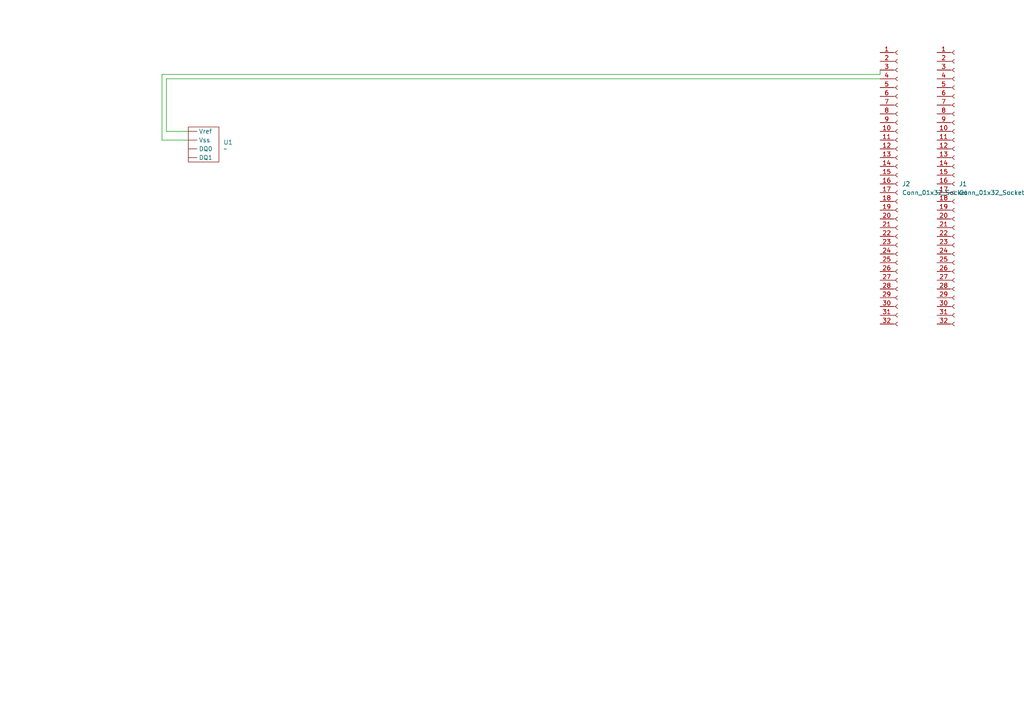
<source format=kicad_sch>
(kicad_sch (version 20231120) (generator "eeschema") (generator_version "8.0")
  (paper "A4")
  (lib_symbols
    (symbol "Connector:Conn_01x32_Socket" (pin_names (offset 1.016) hide)
      (property "Reference" "J" (at 0 40.64 0))
      (property "Value" "Conn_01x32_Socket" (at 0 -43.18 0))
      (symbol "Conn_01x32_Socket_1_1"
        (arc (start 0 -40.132) (mid -0.5058 -40.64) (end 0 -41.148) (stroke (width 0.1524)))
        (arc (start 0 -37.592) (mid -0.5058 -38.1) (end 0 -38.608) (stroke (width 0.1524)))
        (arc (start 0 -35.052) (mid -0.5058 -35.56) (end 0 -36.068) (stroke (width 0.1524)))
        (arc (start 0 -32.512) (mid -0.5058 -33.02) (end 0 -33.528) (stroke (width 0.1524)))
        (arc (start 0 -29.972) (mid -0.5058 -30.48) (end 0 -30.988) (stroke (width 0.1524)))
        (arc (start 0 -27.432) (mid -0.5058 -27.94) (end 0 -28.448) (stroke (width 0.1524)))
        (arc (start 0 -24.892) (mid -0.5058 -25.4) (end 0 -25.908) (stroke (width 0.1524)))
        (arc (start 0 -22.352) (mid -0.5058 -22.86) (end 0 -23.368) (stroke (width 0.1524)))
        (arc (start 0 -19.812) (mid -0.5058 -20.32) (end 0 -20.828) (stroke (width 0.1524)))
        (arc (start 0 -17.272) (mid -0.5058 -17.78) (end 0 -18.288) (stroke (width 0.1524)))
        (arc (start 0 -14.732) (mid -0.5058 -15.24) (end 0 -15.748) (stroke (width 0.1524)))
        (arc (start 0 -12.192) (mid -0.5058 -12.7) (end 0 -13.208) (stroke (width 0.1524)))
        (arc (start 0 -9.652) (mid -0.5058 -10.16) (end 0 -10.668) (stroke (width 0.1524)))
        (arc (start 0 -7.112) (mid -0.5058 -7.62) (end 0 -8.128) (stroke (width 0.1524)))
        (arc (start 0 -4.572) (mid -0.5058 -5.08) (end 0 -5.588) (stroke (width 0.1524)))
        (arc (start 0 -2.032) (mid -0.5058 -2.54) (end 0 -3.048) (stroke (width 0.1524)))
        (polyline (pts (xy -1.27 -40.64) (xy -0.508 -40.64)) (stroke (width 0.1524)))
        (polyline (pts (xy -1.27 -38.1) (xy -0.508 -38.1)) (stroke (width 0.1524)))
        (polyline (pts (xy -1.27 -35.56) (xy -0.508 -35.56)) (stroke (width 0.1524)))
        (polyline (pts (xy -1.27 -33.02) (xy -0.508 -33.02)) (stroke (width 0.1524)))
        (polyline (pts (xy -1.27 -30.48) (xy -0.508 -30.48)) (stroke (width 0.1524)))
        (polyline (pts (xy -1.27 -27.94) (xy -0.508 -27.94)) (stroke (width 0.1524)))
        (polyline (pts (xy -1.27 -25.4) (xy -0.508 -25.4)) (stroke (width 0.1524)))
        (polyline (pts (xy -1.27 -22.86) (xy -0.508 -22.86)) (stroke (width 0.1524)))
        (polyline (pts (xy -1.27 -20.32) (xy -0.508 -20.32)) (stroke (width 0.1524)))
        (polyline (pts (xy -1.27 -17.78) (xy -0.508 -17.78)) (stroke (width 0.1524)))
        (polyline (pts (xy -1.27 -15.24) (xy -0.508 -15.24)) (stroke (width 0.1524)))
        (polyline (pts (xy -1.27 -12.7) (xy -0.508 -12.7)) (stroke (width 0.1524)))
        (polyline (pts (xy -1.27 -10.16) (xy -0.508 -10.16)) (stroke (width 0.1524)))
        (polyline (pts (xy -1.27 -7.62) (xy -0.508 -7.62)) (stroke (width 0.1524)))
        (polyline (pts (xy -1.27 -5.08) (xy -0.508 -5.08)) (stroke (width 0.1524)))
        (polyline (pts (xy -1.27 -2.54) (xy -0.508 -2.54)) (stroke (width 0.1524)))
        (polyline (pts (xy -1.27 0) (xy -0.508 0)) (stroke (width 0.1524)))
        (polyline (pts (xy -1.27 2.54) (xy -0.508 2.54)) (stroke (width 0.1524)))
        (polyline (pts (xy -1.27 5.08) (xy -0.508 5.08)) (stroke (width 0.1524)))
        (polyline (pts (xy -1.27 7.62) (xy -0.508 7.62)) (stroke (width 0.1524)))
        (polyline (pts (xy -1.27 10.16) (xy -0.508 10.16)) (stroke (width 0.1524)))
        (polyline (pts (xy -1.27 12.7) (xy -0.508 12.7)) (stroke (width 0.1524)))
        (polyline (pts (xy -1.27 15.24) (xy -0.508 15.24)) (stroke (width 0.1524)))
        (polyline (pts (xy -1.27 17.78) (xy -0.508 17.78)) (stroke (width 0.1524)))
        (polyline (pts (xy -1.27 20.32) (xy -0.508 20.32)) (stroke (width 0.1524)))
        (polyline (pts (xy -1.27 22.86) (xy -0.508 22.86)) (stroke (width 0.1524)))
        (polyline (pts (xy -1.27 25.4) (xy -0.508 25.4)) (stroke (width 0.1524)))
        (polyline (pts (xy -1.27 27.94) (xy -0.508 27.94)) (stroke (width 0.1524)))
        (polyline (pts (xy -1.27 30.48) (xy -0.508 30.48)) (stroke (width 0.1524)))
        (polyline (pts (xy -1.27 33.02) (xy -0.508 33.02)) (stroke (width 0.1524)))
        (polyline (pts (xy -1.27 35.56) (xy -0.508 35.56)) (stroke (width 0.1524)))
        (polyline (pts (xy -1.27 38.1) (xy -0.508 38.1)) (stroke (width 0.1524)))
        (arc (start 0 0.508) (mid -0.5058 0) (end 0 -0.508) (stroke (width 0.1524)))
        (arc (start 0 3.048) (mid -0.5058 2.54) (end 0 2.032) (stroke (width 0.1524)))
        (arc (start 0 5.588) (mid -0.5058 5.08) (end 0 4.572) (stroke (width 0.1524)))
        (arc (start 0 8.128) (mid -0.5058 7.62) (end 0 7.112) (stroke (width 0.1524)))
        (arc (start 0 10.668) (mid -0.5058 10.16) (end 0 9.652) (stroke (width 0.1524)))
        (arc (start 0 13.208) (mid -0.5058 12.7) (end 0 12.192) (stroke (width 0.1524)))
        (arc (start 0 15.748) (mid -0.5058 15.24) (end 0 14.732) (stroke (width 0.1524)))
        (arc (start 0 18.288) (mid -0.5058 17.78) (end 0 17.272) (stroke (width 0.1524)))
        (arc (start 0 20.828) (mid -0.5058 20.32) (end 0 19.812) (stroke (width 0.1524)))
        (arc (start 0 23.368) (mid -0.5058 22.86) (end 0 22.352) (stroke (width 0.1524)))
        (arc (start 0 25.908) (mid -0.5058 25.4) (end 0 24.892) (stroke (width 0.1524)))
        (arc (start 0 28.448) (mid -0.5058 27.94) (end 0 27.432) (stroke (width 0.1524)))
        (arc (start 0 30.988) (mid -0.5058 30.48) (end 0 29.972) (stroke (width 0.1524)))
        (arc (start 0 33.528) (mid -0.5058 33.02) (end 0 32.512) (stroke (width 0.1524)))
        (arc (start 0 36.068) (mid -0.5058 35.56) (end 0 35.052) (stroke (width 0.1524)))
        (arc (start 0 38.608) (mid -0.5058 38.1) (end 0 37.592) (stroke (width 0.1524)))
        (pin passive line (at -5.08 38.1 0) (length 3.81) (name "Pin_1") (number "1"))
        (pin passive line (at -5.08 15.24 0) (length 3.81) (name "Pin_10") (number "10"))
        (pin passive line (at -5.08 12.7 0) (length 3.81) (name "Pin_11") (number "11"))
        (pin passive line (at -5.08 10.16 0) (length 3.81) (name "Pin_12") (number "12"))
        (pin passive line (at -5.08 7.62 0) (length 3.81) (name "Pin_13") (number "13"))
        (pin passive line (at -5.08 5.08 0) (length 3.81) (name "Pin_14") (number "14"))
        (pin passive line (at -5.08 2.54 0) (length 3.81) (name "Pin_15") (number "15"))
        (pin passive line (at -5.08 0 0) (length 3.81) (name "Pin_16") (number "16"))
        (pin passive line (at -5.08 -2.54 0) (length 3.81) (name "Pin_17") (number "17"))
        (pin passive line (at -5.08 -5.08 0) (length 3.81) (name "Pin_18") (number "18"))
        (pin passive line (at -5.08 -7.62 0) (length 3.81) (name "Pin_19") (number "19"))
        (pin passive line (at -5.08 35.56 0) (length 3.81) (name "Pin_2") (number "2"))
        (pin passive line (at -5.08 -10.16 0) (length 3.81) (name "Pin_20") (number "20"))
        (pin passive line (at -5.08 -12.7 0) (length 3.81) (name "Pin_21") (number "21"))
        (pin passive line (at -5.08 -15.24 0) (length 3.81) (name "Pin_22") (number "22"))
        (pin passive line (at -5.08 -17.78 0) (length 3.81) (name "Pin_23") (number "23"))
        (pin passive line (at -5.08 -20.32 0) (length 3.81) (name "Pin_24") (number "24"))
        (pin passive line (at -5.08 -22.86 0) (length 3.81) (name "Pin_25") (number "25"))
        (pin passive line (at -5.08 -25.4 0) (length 3.81) (name "Pin_26") (number "26"))
        (pin passive line (at -5.08 -27.94 0) (length 3.81) (name "Pin_27") (number "27"))
        (pin passive line (at -5.08 -30.48 0) (length 3.81) (name "Pin_28") (number "28"))
        (pin passive line (at -5.08 -33.02 0) (length 3.81) (name "Pin_29") (number "29"))
        (pin passive line (at -5.08 33.02 0) (length 3.81) (name "Pin_3") (number "3"))
        (pin passive line (at -5.08 -35.56 0) (length 3.81) (name "Pin_30") (number "30"))
        (pin passive line (at -5.08 -38.1 0) (length 3.81) (name "Pin_31") (number "31"))
        (pin passive line (at -5.08 -40.64 0) (length 3.81) (name "Pin_32") (number "32"))
        (pin passive line (at -5.08 30.48 0) (length 3.81) (name "Pin_4") (number "4"))
        (pin passive line (at -5.08 27.94 0) (length 3.81) (name "Pin_5") (number "5"))
        (pin passive line (at -5.08 25.4 0) (length 3.81) (name "Pin_6") (number "6"))
        (pin passive line (at -5.08 22.86 0) (length 3.81) (name "Pin_7") (number "7"))
        (pin passive line (at -5.08 20.32 0) (length 3.81) (name "Pin_8") (number "8"))
        (pin passive line (at -5.08 17.78 0) (length 3.81) (name "Pin_9") (number "9"))
      )
    )
    (symbol "DIMM:PC2_240_pins"
      (property "Reference" "U" (at 0 0 0))
      (symbol "PC2_240_pins_0_1"
        (rectangle (start 0 5.08) (end 8.89 -5.08))
      )
      (symbol "PC2_240_pins_1_1"
        (pin bidirectional line (at 0 -1.27 0) (length 2.54) (name "DQ0") (number ""))
        (pin bidirectional line (at 0 -3.81 0) (length 2.54) (name "DQ1") (number ""))
        (pin input line (at 0 3.81 0) (length 2.54) (name "Vref") (number ""))
        (pin input line (at 0 1.27 0) (length 2.54) (name "Vss") (number ""))
      )
    )
  )
  (wire (pts (xy 54.61 40.64) (xy 46.99 40.64)))
  (wire (pts (xy 48.26 38.1) (xy 48.26 22.86)))
  (wire (pts (xy 54.61 38.1) (xy 48.26 38.1)))
  (wire (pts (xy 46.99 40.64) (xy 46.99 21.59)))
  (wire (pts (xy 48.26 22.86) (xy 255.27 22.86)))
  (wire (pts (xy 255.27 21.59) (xy 255.27 20.32)))
  (wire (pts (xy 46.99 21.59) (xy 255.27 21.59)))
  (symbol (lib_id "Connector:Conn_01x32_Socket") (at 276.86 53.34 0) (unit 1)
    (property "Reference" "J1" (at 278.13 53.3399 0) (effects (justify left)))
    (property "Value" "Conn_01x32_Socket" (at 278.13 55.8799 0) (effects (justify left)))
    (property "Footprint" "Connector_PinHeader_2.54mm:PinHeader_1x32_P2.54mm_Horizontal" (effects (hide yes)))
    (property "Description" "Generic connector, single row, 01x32, script generated" (effects (hide yes)))
  )
  (symbol (lib_id "DIMM:PC2_240_pins") (at 54.61 41.91 0) (unit 1)
    (property "Reference" "U1" (at 64.77 41.2749 0) (effects (justify left)))
    (property "Value" "~" (at 64.77 43.18 0) (effects (justify left)))
  )
  (symbol (lib_id "Connector:Conn_01x32_Socket") (at 260.35 53.34 0) (unit 1)
    (property "Reference" "J2" (at 261.62 53.3399 0) (effects (justify left)))
    (property "Value" "Conn_01x32_Socket" (at 261.62 55.8799 0) (effects (justify left)))
    (property "Footprint" "Connector_PinHeader_2.54mm:PinHeader_1x32_P2.54mm_Horizontal" (effects (hide yes)))
    (property "Description" "Generic connector, single row, 01x32, script generated" (effects (hide yes)))
  )
)
</source>
